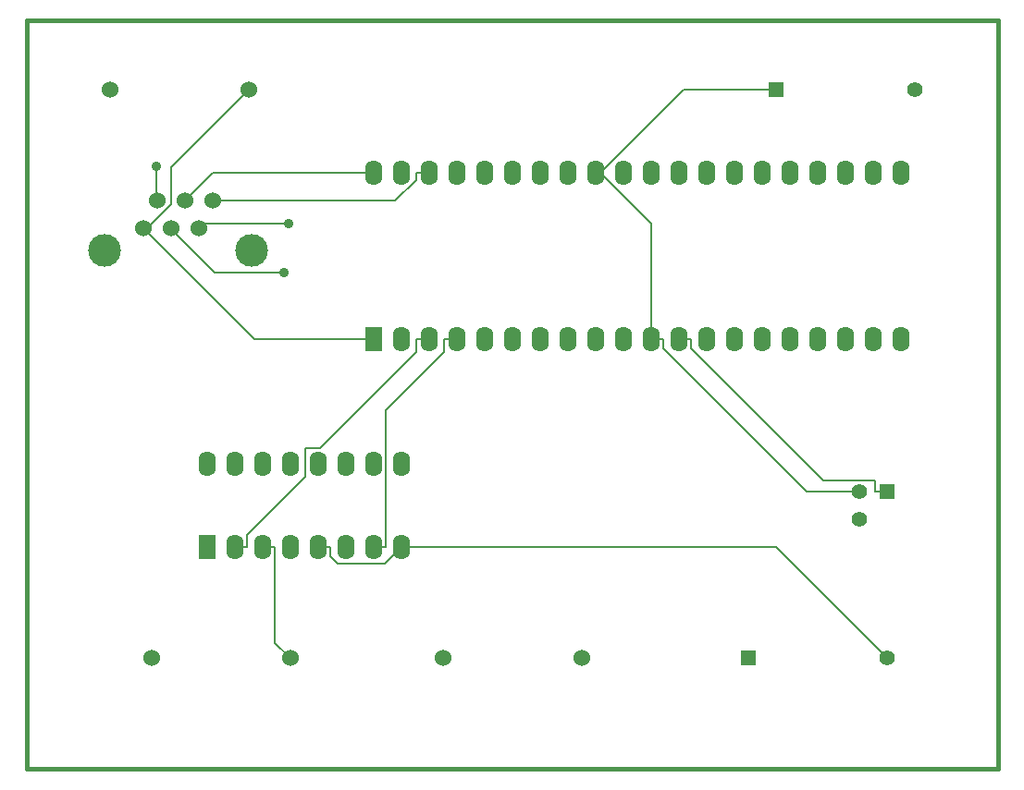
<source format=gbl>
G04 (created by PCBNEW-RS274X (20100228 RC5)-RC5) date 5/15/2012 2:27:03 PM*
G01*
G70*
G90*
%MOIN*%
G04 Gerber Fmt 3.4, Leading zero omitted, Abs format*
%FSLAX34Y34*%
G04 APERTURE LIST*
%ADD10C,0.006000*%
%ADD11C,0.015000*%
%ADD12R,0.055000X0.055000*%
%ADD13C,0.055000*%
%ADD14R,0.062000X0.090000*%
%ADD15O,0.062000X0.090000*%
%ADD16C,0.060000*%
%ADD17C,0.118100*%
%ADD18C,0.035000*%
%ADD19C,0.008000*%
G04 APERTURE END LIST*
G54D10*
G54D11*
X44000Y-52500D02*
X44000Y-25500D01*
X79000Y-52500D02*
X44000Y-52500D01*
X79000Y-25500D02*
X79000Y-52500D01*
X44000Y-25500D02*
X79000Y-25500D01*
G54D12*
X70000Y-48500D03*
G54D13*
X75000Y-48500D03*
G54D12*
X71000Y-28000D03*
G54D13*
X76000Y-28000D03*
G54D14*
X50500Y-44500D03*
G54D15*
X51500Y-44500D03*
X52500Y-44500D03*
X53500Y-44500D03*
X54500Y-44500D03*
X55500Y-44500D03*
X56500Y-44500D03*
X57500Y-44500D03*
X57500Y-41500D03*
X56500Y-41500D03*
X55500Y-41500D03*
X54500Y-41500D03*
X53500Y-41500D03*
X52500Y-41500D03*
X51500Y-41500D03*
X50500Y-41500D03*
G54D14*
X56500Y-37000D03*
G54D15*
X57500Y-37000D03*
X58500Y-37000D03*
X59500Y-37000D03*
X60500Y-37000D03*
X61500Y-37000D03*
X62500Y-37000D03*
X63500Y-37000D03*
X64500Y-37000D03*
X65500Y-37000D03*
X66500Y-37000D03*
X67500Y-37000D03*
X68500Y-37000D03*
X69500Y-37000D03*
X70500Y-37000D03*
X71500Y-37000D03*
X72500Y-37000D03*
X73500Y-37000D03*
X74500Y-37000D03*
X75500Y-37000D03*
X75500Y-31000D03*
X74500Y-31000D03*
X73500Y-31000D03*
X72500Y-31000D03*
X71500Y-31000D03*
X70500Y-31000D03*
X69500Y-31000D03*
X68500Y-31000D03*
X67500Y-31000D03*
X66500Y-31000D03*
X65500Y-31000D03*
X64500Y-31000D03*
X63500Y-31000D03*
X62500Y-31000D03*
X61500Y-31000D03*
X60500Y-31000D03*
X59500Y-31000D03*
X58500Y-31000D03*
X57500Y-31000D03*
X56500Y-31000D03*
G54D12*
X75000Y-42500D03*
G54D13*
X74000Y-43500D03*
X74000Y-42500D03*
G54D16*
X52000Y-28000D03*
X47000Y-28000D03*
X53500Y-48500D03*
X48500Y-48500D03*
X64000Y-48500D03*
X59000Y-48500D03*
X49700Y-32000D03*
X48700Y-32000D03*
X50700Y-32000D03*
X48200Y-33000D03*
X49200Y-33000D03*
X50200Y-33000D03*
G54D17*
X52100Y-33800D03*
X46800Y-33800D03*
G54D18*
X53264Y-34591D03*
X53438Y-32827D03*
X48693Y-30757D03*
G54D19*
X56500Y-31000D02*
X56047Y-31000D01*
X50700Y-31000D02*
X56047Y-31000D01*
X49700Y-32000D02*
X50700Y-31000D01*
X56500Y-37000D02*
X56047Y-37000D01*
X49229Y-30771D02*
X52000Y-28000D01*
X49229Y-32121D02*
X49229Y-30771D01*
X48350Y-33000D02*
X49229Y-32121D01*
X48200Y-33000D02*
X48350Y-33000D01*
X52200Y-37000D02*
X56047Y-37000D01*
X48200Y-33000D02*
X52200Y-37000D01*
X51953Y-44047D02*
X51953Y-44500D01*
X54044Y-41956D02*
X51953Y-44047D01*
X54044Y-40927D02*
X54044Y-41956D01*
X54066Y-40905D02*
X54044Y-40927D01*
X54595Y-40905D02*
X54066Y-40905D01*
X58047Y-37453D02*
X54595Y-40905D01*
X58047Y-37000D02*
X58047Y-37453D01*
X58500Y-37000D02*
X58047Y-37000D01*
X51500Y-44500D02*
X51953Y-44500D01*
X56953Y-39547D02*
X56953Y-44500D01*
X59047Y-37453D02*
X56953Y-39547D01*
X59047Y-37000D02*
X59047Y-37453D01*
X56500Y-44500D02*
X56953Y-44500D01*
X59500Y-37000D02*
X59047Y-37000D01*
X67953Y-37329D02*
X67953Y-37000D01*
X72706Y-42082D02*
X67953Y-37329D01*
X74560Y-42082D02*
X72706Y-42082D01*
X74582Y-42104D02*
X74560Y-42082D01*
X74582Y-42500D02*
X74582Y-42104D01*
X75000Y-42500D02*
X74582Y-42500D01*
X67500Y-37000D02*
X67953Y-37000D01*
X50783Y-34591D02*
X49193Y-33001D01*
X53264Y-34591D02*
X50783Y-34591D01*
X58500Y-31000D02*
X58047Y-31000D01*
X57294Y-32000D02*
X50700Y-32000D01*
X58047Y-31247D02*
X57294Y-32000D01*
X58047Y-31000D02*
X58047Y-31247D01*
X50395Y-32827D02*
X50240Y-32982D01*
X53438Y-32827D02*
X50395Y-32827D01*
X52953Y-47953D02*
X52953Y-44500D01*
X53500Y-48500D02*
X52953Y-47953D01*
X52500Y-44500D02*
X52953Y-44500D01*
X54500Y-44500D02*
X54953Y-44500D01*
X56903Y-45097D02*
X57500Y-44500D01*
X55221Y-45097D02*
X56903Y-45097D01*
X54953Y-44829D02*
X55221Y-45097D01*
X54953Y-44500D02*
X54953Y-44829D01*
X71000Y-44500D02*
X75000Y-48500D01*
X57500Y-44500D02*
X71000Y-44500D01*
X66953Y-37329D02*
X66953Y-37000D01*
X72124Y-42500D02*
X66953Y-37329D01*
X74000Y-42500D02*
X72124Y-42500D01*
X66500Y-37000D02*
X66953Y-37000D01*
X64500Y-31000D02*
X64675Y-31000D01*
X67675Y-28000D02*
X64675Y-31000D01*
X71000Y-28000D02*
X67675Y-28000D01*
X66500Y-32825D02*
X66500Y-37000D01*
X64675Y-31000D02*
X66500Y-32825D01*
X48693Y-30757D02*
X48693Y-30720D01*
X48693Y-31993D02*
X48700Y-32000D01*
X48693Y-30757D02*
X48693Y-31993D01*
M02*

</source>
